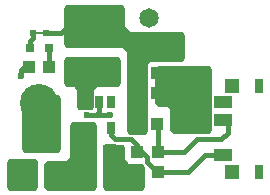
<source format=gtl>
G04 #@! TF.FileFunction,Copper,L1,Top,Signal*
%FSLAX46Y46*%
G04 Gerber Fmt 4.6, Leading zero omitted, Abs format (unit mm)*
G04 Created by KiCad (PCBNEW 4.0.6) date 08/08/17 15:54:06*
%MOMM*%
%LPD*%
G01*
G04 APERTURE LIST*
%ADD10C,0.100000*%
%ADD11R,0.650000X1.060000*%
%ADD12R,1.651000X1.651000*%
%ADD13C,1.651000*%
%ADD14R,1.100000X1.000000*%
%ADD15R,3.700000X1.200000*%
%ADD16R,1.016000X1.143000*%
%ADD17R,1.000000X1.100000*%
%ADD18R,0.800000X0.800000*%
%ADD19R,0.600000X0.500000*%
%ADD20R,0.800000X0.150000*%
%ADD21R,0.800000X1.200000*%
%ADD22R,1.200000X1.200000*%
%ADD23R,1.500000X1.000000*%
%ADD24C,3.216000*%
%ADD25C,0.600000*%
%ADD26C,0.400000*%
%ADD27C,0.250000*%
%ADD28C,0.254000*%
G04 APERTURE END LIST*
D10*
D11*
X147762000Y-105072000D03*
X146812000Y-105072000D03*
X145862000Y-105072000D03*
X145862000Y-107272000D03*
X147762000Y-107272000D03*
D12*
X151003000Y-100457000D03*
D13*
X151003000Y-97917000D03*
D14*
X145962000Y-110871000D03*
X147662000Y-110871000D03*
X150026000Y-104267000D03*
X151726000Y-104267000D03*
X150026000Y-102616000D03*
X151726000Y-102616000D03*
D15*
X146304000Y-102711000D03*
X146304000Y-98711000D03*
D16*
X141986000Y-108585000D03*
X142875000Y-110617000D03*
X141097000Y-110617000D03*
D14*
X150026000Y-106934000D03*
X151726000Y-106934000D03*
D17*
X151765000Y-109259000D03*
X151765000Y-110959000D03*
X149987000Y-109259000D03*
X149987000Y-110959000D03*
D14*
X142582000Y-102044500D03*
X140882000Y-102044500D03*
D18*
X140932000Y-100457000D03*
X142532000Y-100457000D03*
D14*
X145962000Y-109220000D03*
X147662000Y-109220000D03*
D19*
X141182000Y-99187000D03*
X142282000Y-99187000D03*
D20*
X141732000Y-99187000D03*
D21*
X160344500Y-110965000D03*
D22*
X158044500Y-110965000D03*
D21*
X160344500Y-103665000D03*
D22*
X158044500Y-103665000D03*
D23*
X157294500Y-106565000D03*
X157294500Y-105065000D03*
X157294500Y-109565000D03*
D24*
X141732000Y-105156000D03*
X154432000Y-105156000D03*
D25*
X140144500Y-102870000D03*
X148844000Y-112014000D03*
X149860000Y-112014000D03*
X148844000Y-110871000D03*
X147828000Y-112014000D03*
X139700000Y-112141000D03*
X139700000Y-110617000D03*
X140716000Y-112141000D03*
X153162000Y-102616000D03*
X146812000Y-106172000D03*
X145796000Y-106172000D03*
X147701000Y-106172000D03*
D26*
X141986000Y-108585000D02*
X141986000Y-105029000D01*
X140882000Y-102044500D02*
X140462000Y-102044500D01*
X140462000Y-102044500D02*
X140144500Y-102362000D01*
X140144500Y-102362000D02*
X140144500Y-102870000D01*
X148844000Y-112014000D02*
X149860000Y-112014000D01*
X147828000Y-112014000D02*
X148844000Y-112014000D01*
X148844000Y-110871000D02*
X147662000Y-110871000D01*
X148844000Y-112014000D02*
X148844000Y-110871000D01*
X140716000Y-112141000D02*
X139700000Y-112141000D01*
X139700000Y-110617000D02*
X141097000Y-110617000D01*
X139700000Y-112141000D02*
X139700000Y-110617000D01*
X151726000Y-102616000D02*
X153162000Y-102616000D01*
X146812000Y-106172000D02*
X145796000Y-106172000D01*
X147701000Y-106172000D02*
X146812000Y-106172000D01*
X146812000Y-106172000D02*
X146812000Y-105072000D01*
D27*
X147940000Y-110544000D02*
X147740000Y-110744000D01*
D26*
X145862000Y-107272000D02*
X145862000Y-107067000D01*
X140932000Y-100457000D02*
X140932000Y-99860000D01*
X141182000Y-99610000D02*
X141182000Y-99187000D01*
X140932000Y-99860000D02*
X141182000Y-99610000D01*
X142282000Y-99187000D02*
X143573500Y-99187000D01*
X144049500Y-98711000D02*
X146304000Y-98711000D01*
X143573500Y-99187000D02*
X144049500Y-98711000D01*
X150026000Y-102616000D02*
X150026000Y-100926000D01*
X150026000Y-100926000D02*
X150495000Y-100457000D01*
X146304000Y-98711000D02*
X148749000Y-98711000D01*
X148749000Y-98711000D02*
X150495000Y-100457000D01*
X146304000Y-98711000D02*
X147554000Y-98711000D01*
X146304000Y-103700000D02*
X146304000Y-102711000D01*
X145862000Y-105072000D02*
X145862000Y-104142000D01*
X145862000Y-104142000D02*
X146304000Y-103700000D01*
X157675500Y-109565000D02*
X155738000Y-109565000D01*
X155738000Y-109565000D02*
X154344000Y-110959000D01*
X155738000Y-109565000D02*
X154344000Y-110959000D01*
X154344000Y-110959000D02*
X151765000Y-110959000D01*
X147762000Y-107272000D02*
X147762000Y-107823000D01*
X147762000Y-107823000D02*
X148143000Y-108204000D01*
X149987000Y-108712000D02*
X149987000Y-109259000D01*
X148143000Y-108204000D02*
X149479000Y-108204000D01*
X149479000Y-108204000D02*
X149987000Y-108712000D01*
X150864999Y-109728000D02*
X150864999Y-110129001D01*
X150864999Y-110129001D02*
X151694998Y-110959000D01*
X151694998Y-110959000D02*
X151765000Y-110959000D01*
X149987000Y-109259000D02*
X150395999Y-109259000D01*
X150395999Y-109259000D02*
X150864999Y-109728000D01*
X157675500Y-106565000D02*
X157675500Y-107627500D01*
X157675500Y-107627500D02*
X157099000Y-108204000D01*
X151765000Y-109259000D02*
X154012000Y-109259000D01*
X155067000Y-108204000D02*
X157099000Y-108204000D01*
X154012000Y-109259000D02*
X155067000Y-108204000D01*
X151765000Y-109259000D02*
X151765000Y-106973000D01*
X151765000Y-106973000D02*
X151726000Y-106934000D01*
X142582000Y-102044500D02*
X142582000Y-100507000D01*
X142582000Y-100507000D02*
X142532000Y-100457000D01*
D28*
G36*
X148844000Y-97080606D02*
X148844000Y-98806000D01*
X148854006Y-98855410D01*
X148881197Y-98895803D01*
X149135197Y-99149803D01*
X149177211Y-99177666D01*
X149225000Y-99187000D01*
X153744394Y-99187000D01*
X153924000Y-99366606D01*
X153924000Y-101293394D01*
X153744394Y-101473000D01*
X151130000Y-101473000D01*
X151080590Y-101483006D01*
X151040197Y-101510197D01*
X150786197Y-101764197D01*
X150758334Y-101806211D01*
X150749000Y-101854000D01*
X150749000Y-107516394D01*
X150569394Y-107696000D01*
X149574521Y-107696000D01*
X149479000Y-107677000D01*
X149385606Y-107677000D01*
X149225000Y-107516394D01*
X149225000Y-100838000D01*
X149214994Y-100788590D01*
X149187803Y-100748197D01*
X148806803Y-100367197D01*
X148764789Y-100339334D01*
X148717000Y-100330000D01*
X144070606Y-100330000D01*
X143891000Y-100150394D01*
X143891000Y-97080606D01*
X144070606Y-96901000D01*
X148664394Y-96901000D01*
X148844000Y-97080606D01*
X148844000Y-97080606D01*
G37*
X148844000Y-97080606D02*
X148844000Y-98806000D01*
X148854006Y-98855410D01*
X148881197Y-98895803D01*
X149135197Y-99149803D01*
X149177211Y-99177666D01*
X149225000Y-99187000D01*
X153744394Y-99187000D01*
X153924000Y-99366606D01*
X153924000Y-101293394D01*
X153744394Y-101473000D01*
X151130000Y-101473000D01*
X151080590Y-101483006D01*
X151040197Y-101510197D01*
X150786197Y-101764197D01*
X150758334Y-101806211D01*
X150749000Y-101854000D01*
X150749000Y-107516394D01*
X150569394Y-107696000D01*
X149574521Y-107696000D01*
X149479000Y-107677000D01*
X149385606Y-107677000D01*
X149225000Y-107516394D01*
X149225000Y-100838000D01*
X149214994Y-100788590D01*
X149187803Y-100748197D01*
X148806803Y-100367197D01*
X148764789Y-100339334D01*
X148717000Y-100330000D01*
X144070606Y-100330000D01*
X143891000Y-100150394D01*
X143891000Y-97080606D01*
X144070606Y-96901000D01*
X148664394Y-96901000D01*
X148844000Y-97080606D01*
G36*
X156210000Y-102287606D02*
X156210000Y-107389394D01*
X156030394Y-107569000D01*
X153087606Y-107569000D01*
X152908000Y-107389394D01*
X152908000Y-105664000D01*
X152897994Y-105614590D01*
X152870803Y-105574197D01*
X152616803Y-105320197D01*
X152574789Y-105292334D01*
X152527000Y-105283000D01*
X151817606Y-105283000D01*
X151638000Y-105103394D01*
X151638000Y-102287606D01*
X151817606Y-102108000D01*
X156030394Y-102108000D01*
X156210000Y-102287606D01*
X156210000Y-102287606D01*
G37*
X156210000Y-102287606D02*
X156210000Y-107389394D01*
X156030394Y-107569000D01*
X153087606Y-107569000D01*
X152908000Y-107389394D01*
X152908000Y-105664000D01*
X152897994Y-105614590D01*
X152870803Y-105574197D01*
X152616803Y-105320197D01*
X152574789Y-105292334D01*
X152527000Y-105283000D01*
X151817606Y-105283000D01*
X151638000Y-105103394D01*
X151638000Y-102287606D01*
X151817606Y-102108000D01*
X156030394Y-102108000D01*
X156210000Y-102287606D01*
G36*
X148463000Y-101525606D02*
X148463000Y-103452394D01*
X148283394Y-103632000D01*
X146558000Y-103632000D01*
X146508590Y-103642006D01*
X146468197Y-103669197D01*
X146214197Y-103923197D01*
X146186334Y-103965211D01*
X146177000Y-104013000D01*
X146177000Y-104426419D01*
X146153594Y-104542000D01*
X146153594Y-105507800D01*
X146124394Y-105537000D01*
X145086606Y-105537000D01*
X145034000Y-105484394D01*
X145034000Y-104013000D01*
X145023994Y-103963590D01*
X144996803Y-103923197D01*
X144742803Y-103669197D01*
X144700789Y-103641334D01*
X144653000Y-103632000D01*
X144070606Y-103632000D01*
X143891000Y-103452394D01*
X143891000Y-101525606D01*
X144070606Y-101346000D01*
X148283394Y-101346000D01*
X148463000Y-101525606D01*
X148463000Y-101525606D01*
G37*
X148463000Y-101525606D02*
X148463000Y-103452394D01*
X148283394Y-103632000D01*
X146558000Y-103632000D01*
X146508590Y-103642006D01*
X146468197Y-103669197D01*
X146214197Y-103923197D01*
X146186334Y-103965211D01*
X146177000Y-104013000D01*
X146177000Y-104426419D01*
X146153594Y-104542000D01*
X146153594Y-105507800D01*
X146124394Y-105537000D01*
X145086606Y-105537000D01*
X145034000Y-105484394D01*
X145034000Y-104013000D01*
X145023994Y-103963590D01*
X144996803Y-103923197D01*
X144742803Y-103669197D01*
X144700789Y-103641334D01*
X144653000Y-103632000D01*
X144070606Y-103632000D01*
X143891000Y-103452394D01*
X143891000Y-101525606D01*
X144070606Y-101346000D01*
X148283394Y-101346000D01*
X148463000Y-101525606D01*
G36*
X143383000Y-104700606D02*
X143383000Y-109040394D01*
X143203394Y-109220000D01*
X140514606Y-109220000D01*
X140335000Y-109040394D01*
X140335000Y-104700606D01*
X140514606Y-104521000D01*
X143203394Y-104521000D01*
X143383000Y-104700606D01*
X143383000Y-104700606D01*
G37*
X143383000Y-104700606D02*
X143383000Y-109040394D01*
X143203394Y-109220000D01*
X140514606Y-109220000D01*
X140335000Y-109040394D01*
X140335000Y-104700606D01*
X140514606Y-104521000D01*
X143203394Y-104521000D01*
X143383000Y-104700606D01*
G36*
X146431000Y-106986606D02*
X146431000Y-112215394D01*
X146251394Y-112395000D01*
X142419606Y-112395000D01*
X142240000Y-112215394D01*
X142240000Y-110288606D01*
X142419606Y-110109000D01*
X144018000Y-110109000D01*
X144067410Y-110098994D01*
X144107803Y-110071803D01*
X144361803Y-109817803D01*
X144389666Y-109775789D01*
X144399000Y-109728000D01*
X144399000Y-106986606D01*
X144578606Y-106807000D01*
X146251394Y-106807000D01*
X146431000Y-106986606D01*
X146431000Y-106986606D01*
G37*
X146431000Y-106986606D02*
X146431000Y-112215394D01*
X146251394Y-112395000D01*
X142419606Y-112395000D01*
X142240000Y-112215394D01*
X142240000Y-110288606D01*
X142419606Y-110109000D01*
X144018000Y-110109000D01*
X144067410Y-110098994D01*
X144107803Y-110071803D01*
X144361803Y-109817803D01*
X144389666Y-109775789D01*
X144399000Y-109728000D01*
X144399000Y-106986606D01*
X144578606Y-106807000D01*
X146251394Y-106807000D01*
X146431000Y-106986606D01*
G36*
X148143000Y-108731000D02*
X148683394Y-108731000D01*
X148844000Y-108891606D01*
X148844000Y-109982000D01*
X148854006Y-110031410D01*
X148881197Y-110071803D01*
X149135197Y-110325803D01*
X149177211Y-110353666D01*
X149225000Y-110363000D01*
X150315394Y-110363000D01*
X150495000Y-110542606D01*
X150495000Y-112215394D01*
X150315394Y-112395000D01*
X147372606Y-112395000D01*
X147193000Y-112215394D01*
X147193000Y-108891606D01*
X147372606Y-108712000D01*
X148047479Y-108712000D01*
X148143000Y-108731000D01*
X148143000Y-108731000D01*
G37*
X148143000Y-108731000D02*
X148683394Y-108731000D01*
X148844000Y-108891606D01*
X148844000Y-109982000D01*
X148854006Y-110031410D01*
X148881197Y-110071803D01*
X149135197Y-110325803D01*
X149177211Y-110353666D01*
X149225000Y-110363000D01*
X150315394Y-110363000D01*
X150495000Y-110542606D01*
X150495000Y-112215394D01*
X150315394Y-112395000D01*
X147372606Y-112395000D01*
X147193000Y-112215394D01*
X147193000Y-108891606D01*
X147372606Y-108712000D01*
X148047479Y-108712000D01*
X148143000Y-108731000D01*
G36*
X141478000Y-110161606D02*
X141478000Y-112215394D01*
X141298394Y-112395000D01*
X139244606Y-112395000D01*
X139065000Y-112215394D01*
X139065000Y-110161606D01*
X139244606Y-109982000D01*
X141298394Y-109982000D01*
X141478000Y-110161606D01*
X141478000Y-110161606D01*
G37*
X141478000Y-110161606D02*
X141478000Y-112215394D01*
X141298394Y-112395000D01*
X139244606Y-112395000D01*
X139065000Y-112215394D01*
X139065000Y-110161606D01*
X139244606Y-109982000D01*
X141298394Y-109982000D01*
X141478000Y-110161606D01*
M02*

</source>
